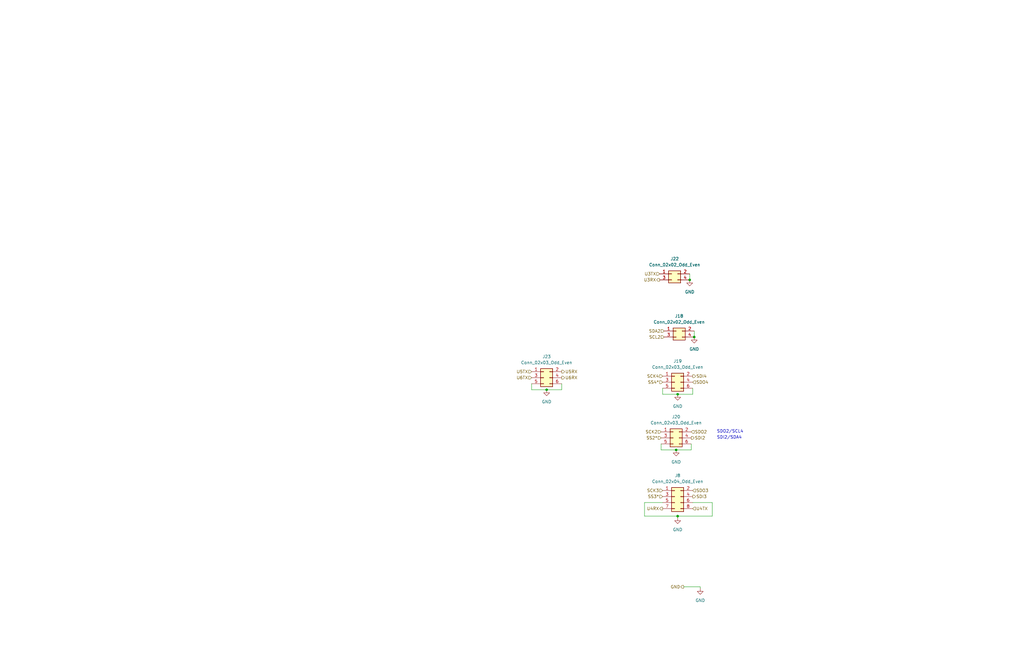
<source format=kicad_sch>
(kicad_sch (version 20230121) (generator eeschema)
  (paper "B")
  (title_block (title "MCU Controller") (rev "0.1") (company "satomm@stanford.edu") (comment 1 "Department of Civil and Environmental Engineering") (comment 2 "Engineering Informatics Group") (comment 3 "Stanford University") (comment 4 "Matthew Sato"))
  (lib_symbols
    (symbol "Connector_Generic:Conn_02x02_Odd_Even" (pin_names (offset 1.016) hide)
      (property "Reference" "J" (at 1.27 2.54 0))
      (property "Value" "Conn_02x02_Odd_Even" (at 1.27 -5.08 0))
      (symbol "Conn_02x02_Odd_Even_1_1"
        (rectangle (start -1.27 -2.413) (end 0 -2.667) (stroke (width 0.1524)))
        (rectangle (start -1.27 0.127) (end 0 -0.127) (stroke (width 0.1524)))
        (rectangle (start -1.27 1.27) (end 3.81 -3.81) (stroke (width 0.254)) (fill (type background)))
        (rectangle (start 3.81 -2.413) (end 2.54 -2.667) (stroke (width 0.1524)))
        (rectangle (start 3.81 0.127) (end 2.54 -0.127) (stroke (width 0.1524)))
        (pin passive line (at -5.08 0 0) (length 3.81) (name "Pin_1") (number "1"))
        (pin passive line (at 7.62 0 180) (length 3.81) (name "Pin_2") (number "2"))
        (pin passive line (at -5.08 -2.54 0) (length 3.81) (name "Pin_3") (number "3"))
        (pin passive line (at 7.62 -2.54 180) (length 3.81) (name "Pin_4") (number "4"))
      )
    )
    (symbol "Connector_Generic:Conn_02x03_Odd_Even" (pin_names (offset 1.016) hide)
      (property "Reference" "J" (at 1.27 5.08 0))
      (property "Value" "Conn_02x03_Odd_Even" (at 1.27 -5.08 0))
      (symbol "Conn_02x03_Odd_Even_1_1"
        (rectangle (start -1.27 -2.413) (end 0 -2.667) (stroke (width 0.1524)))
        (rectangle (start -1.27 0.127) (end 0 -0.127) (stroke (width 0.1524)))
        (rectangle (start -1.27 2.667) (end 0 2.413) (stroke (width 0.1524)))
        (rectangle (start -1.27 3.81) (end 3.81 -3.81) (stroke (width 0.254)) (fill (type background)))
        (rectangle (start 3.81 -2.413) (end 2.54 -2.667) (stroke (width 0.1524)))
        (rectangle (start 3.81 0.127) (end 2.54 -0.127) (stroke (width 0.1524)))
        (rectangle (start 3.81 2.667) (end 2.54 2.413) (stroke (width 0.1524)))
        (pin passive line (at -5.08 2.54 0) (length 3.81) (name "Pin_1") (number "1"))
        (pin passive line (at 7.62 2.54 180) (length 3.81) (name "Pin_2") (number "2"))
        (pin passive line (at -5.08 0 0) (length 3.81) (name "Pin_3") (number "3"))
        (pin passive line (at 7.62 0 180) (length 3.81) (name "Pin_4") (number "4"))
        (pin passive line (at -5.08 -2.54 0) (length 3.81) (name "Pin_5") (number "5"))
        (pin passive line (at 7.62 -2.54 180) (length 3.81) (name "Pin_6") (number "6"))
      )
    )
    (symbol "Connector_Generic:Conn_02x04_Odd_Even" (pin_names (offset 1.016) hide)
      (property "Reference" "J" (at 1.27 5.08 0))
      (property "Value" "Conn_02x04_Odd_Even" (at 1.27 -7.62 0))
      (symbol "Conn_02x04_Odd_Even_1_1"
        (rectangle (start -1.27 -4.953) (end 0 -5.207) (stroke (width 0.1524)))
        (rectangle (start -1.27 -2.413) (end 0 -2.667) (stroke (width 0.1524)))
        (rectangle (start -1.27 0.127) (end 0 -0.127) (stroke (width 0.1524)))
        (rectangle (start -1.27 2.667) (end 0 2.413) (stroke (width 0.1524)))
        (rectangle (start -1.27 3.81) (end 3.81 -6.35) (stroke (width 0.254)) (fill (type background)))
        (rectangle (start 3.81 -4.953) (end 2.54 -5.207) (stroke (width 0.1524)))
        (rectangle (start 3.81 -2.413) (end 2.54 -2.667) (stroke (width 0.1524)))
        (rectangle (start 3.81 0.127) (end 2.54 -0.127) (stroke (width 0.1524)))
        (rectangle (start 3.81 2.667) (end 2.54 2.413) (stroke (width 0.1524)))
        (pin passive line (at -5.08 2.54 0) (length 3.81) (name "Pin_1") (number "1"))
        (pin passive line (at 7.62 2.54 180) (length 3.81) (name "Pin_2") (number "2"))
        (pin passive line (at -5.08 0 0) (length 3.81) (name "Pin_3") (number "3"))
        (pin passive line (at 7.62 0 180) (length 3.81) (name "Pin_4") (number "4"))
        (pin passive line (at -5.08 -2.54 0) (length 3.81) (name "Pin_5") (number "5"))
        (pin passive line (at 7.62 -2.54 180) (length 3.81) (name "Pin_6") (number "6"))
        (pin passive line (at -5.08 -5.08 0) (length 3.81) (name "Pin_7") (number "7"))
        (pin passive line (at 7.62 -5.08 180) (length 3.81) (name "Pin_8") (number "8"))
      )
    )
    (symbol "power:GND" (power) (pin_names (offset 0))
      (property "Value" "GND" (at 0 -3.81 0))
      (symbol "GND_0_1"
        (polyline (pts (xy 0 0) (xy 0 -1.27) (xy 1.27 -1.27) (xy 0 -2.54) (xy -1.27 -1.27) (xy 0 -1.27)))
      )
      (symbol "GND_1_1"
        (pin power_in line (at 0 0 270) (length 0) hide (name "GND") (number "1"))
      )
    )
  )
  (junction (at 292.735 142.24))
  (junction (at 285.75 166.37))
  (junction (at 230.505 164.465))
  (junction (at 285.115 189.865))
  (junction (at 285.75 217.805))
  (junction (at 290.83 118.11))
  (wire (pts (xy 236.855 164.465) (xy 236.855 161.925)))
  (wire (pts (xy 278.765 187.325) (xy 278.765 189.865)))
  (wire (pts (xy 285.75 166.37) (xy 292.1 166.37)))
  (wire (pts (xy 292.735 139.7) (xy 292.735 142.24)))
  (wire (pts (xy 292.1 166.37) (xy 292.1 163.83)))
  (wire (pts (xy 279.4 163.83) (xy 279.4 166.37)))
  (wire (pts (xy 279.4 212.09) (xy 271.78 212.09)))
  (wire (pts (xy 285.115 189.865) (xy 291.465 189.865)))
  (wire (pts (xy 290.83 115.57) (xy 290.83 118.11)))
  (wire (pts (xy 230.505 164.465) (xy 236.855 164.465)))
  (wire (pts (xy 300.355 212.09) (xy 300.355 217.805)))
  (wire (pts (xy 291.465 189.865) (xy 291.465 187.325)))
  (wire (pts (xy 292.1 212.09) (xy 300.355 212.09)))
  (wire (pts (xy 285.75 218.44) (xy 285.75 217.805)))
  (wire (pts (xy 224.155 164.465) (xy 230.505 164.465)))
  (wire (pts (xy 271.78 212.09) (xy 271.78 217.805)))
  (wire (pts (xy 295.275 248.285) (xy 295.275 247.65)))
  (wire (pts (xy 271.78 217.805) (xy 285.75 217.805)))
  (wire (pts (xy 224.155 161.925) (xy 224.155 164.465)))
  (wire (pts (xy 285.75 217.805) (xy 300.355 217.805)))
  (wire (pts (xy 295.275 247.65) (xy 288.29 247.65)))
  (wire (pts (xy 278.765 189.865) (xy 285.115 189.865)))
  (wire (pts (xy 279.4 166.37) (xy 285.75 166.37)))
  (text "SDI2/SDA4" (at 302.26 185.42 0) (effects (font (size 1.27 1.27)) (justify left bottom)))
  (text "SDO2/SCL4" (at 302.26 182.88 0) (effects (font (size 1.27 1.27)) (justify left bottom)))
  (hierarchical_label "U5TX" (shape input) (at 224.155 156.845 180))
  (hierarchical_label "SDI3" (shape output) (at 292.1 209.55 0))
  (hierarchical_label "U6TX" (shape input) (at 224.155 159.385 180))
  (hierarchical_label "U4TX" (shape input) (at 292.1 214.63 0))
  (hierarchical_label "SS2*" (shape input) (at 278.765 184.785 180))
  (hierarchical_label "SDA2" (shape input) (at 280.035 139.7 180))
  (hierarchical_label "SDO4" (shape input) (at 292.1 161.29 0))
  (hierarchical_label "GND" (shape output) (at 288.29 247.65 180))
  (hierarchical_label "SCL2" (shape input) (at 280.035 142.24 180))
  (hierarchical_label "U3RX" (shape output) (at 278.13 118.11 180))
  (hierarchical_label "SCK4" (shape input) (at 279.4 158.75 180))
  (hierarchical_label "SDI2" (shape output) (at 291.465 184.785 0))
  (hierarchical_label "SDI4" (shape output) (at 292.1 158.75 0))
  (hierarchical_label "U5RX" (shape output) (at 236.855 156.845 0))
  (hierarchical_label "U3TX" (shape input) (at 278.13 115.57 180))
  (hierarchical_label "SCK2" (shape input) (at 278.765 182.245 180))
  (hierarchical_label "U4RX" (shape output) (at 279.4 214.63 180))
  (hierarchical_label "SDO3" (shape input) (at 292.1 207.01 0))
  (hierarchical_label "SDO2" (shape input) (at 291.465 182.245 0))
  (hierarchical_label "U6RX" (shape output) (at 236.855 159.385 0))
  (hierarchical_label "SS3*" (shape input) (at 279.4 209.55 180))
  (hierarchical_label "SS4*" (shape input) (at 279.4 161.29 180))
  (hierarchical_label "SCK3" (shape input) (at 279.4 207.01 180))
  (symbol (lib_id "Connector_Generic:Conn_02x03_Odd_Even") (at 229.235 159.385 0) (unit 1)
    (property "Reference" "J23" (at 230.505 150.495 0))
    (property "Value" "Conn_02x03_Odd_Even" (at 230.505 153.035 0))
    (property "Footprint" "Connector_PinHeader_2.54mm:PinHeader_2x03_P2.54mm_Vertical" (effects hide))
    (property "Datasheet" "https://cdn.amphenol-cs.com/media/wysiwyg/files/drawing/10129381.pdf" (effects hide))
    (property "Description" "CONN HEADER VERT 6POS 2.54MM" (effects hide))
    (property "Mfr" "Amphenol ICC (FCI)" (effects hide))
    (property "Mfr P/N" "10129381-906002BLF" (effects hide))
    (property "Supplier 1" "DigiKey" (effects hide))
    (property "Supplier 1 P/N" "10129381-906002BLF-ND" (effects hide))
  )
  (symbol (lib_id "power:GND") (at 285.115 189.865 0) (unit 1)
    (property "Reference" "#PWR032" (effects hide))
    (property "Value" "GND" (at 285.115 194.945 0))
    (instances (project "MainBoard" (path "" (reference "#PWR032") (unit 1)) (path "" (reference "#PWR079") (unit 1))))
  )
  (symbol (lib_id "Connector_Generic:Conn_02x03_Odd_Even") (at 284.48 161.29 0) (unit 1)
    (property "Reference" "J19" (at 285.75 152.4 0))
    (property "Value" "Conn_02x03_Odd_Even" (at 285.75 154.94 0))
    (property "Footprint" "Connector_PinHeader_2.54mm:PinHeader_2x03_P2.54mm_Vertical" (effects hide))
    (property "Datasheet" "https://cdn.amphenol-cs.com/media/wysiwyg/files/drawing/10129381.pdf" (effects hide))
    (property "Description" "CONN HEADER VERT 6POS 2.54MM" (effects hide))
    (property "Mfr" "Amphenol ICC (FCI)" (effects hide))
    (property "Mfr P/N" "10129381-906002BLF" (effects hide))
    (property "Supplier 1" "DigiKey" (effects hide))
    (property "Supplier 1 P/N" "10129381-906002BLF-ND" (effects hide))
  )
  (symbol (lib_id "power:GND") (at 295.275 248.285 0) (unit 1)
    (property "Reference" "#PWR032" (effects hide))
    (property "Value" "GND" (at 295.275 253.365 0))
    (instances (project "MainBoard" (path "" (reference "#PWR032") (unit 1)) (path "" (reference "#PWR082") (unit 1))))
  )
  (symbol (lib_id "power:GND") (at 230.505 164.465 0) (unit 1)
    (property "Reference" "#PWR032" (effects hide))
    (property "Value" "GND" (at 230.505 169.545 0))
    (instances (project "MainBoard" (path "" (reference "#PWR032") (unit 1)) (path "" (reference "#PWR0164") (unit 1))))
  )
  (symbol (lib_id "Connector_Generic:Conn_02x02_Odd_Even") (at 283.21 115.57 0) (unit 1)
    (property "Reference" "J22" (at 284.48 109.22 0))
    (property "Value" "Conn_02x02_Odd_Even" (at 284.48 111.76 0))
    (property "Footprint" "Connector_PinHeader_2.54mm:PinHeader_2x02_P2.54mm_Vertical" (effects hide))
    (property "Datasheet" "https://cdn.amphenol-cs.com/media/wysiwyg/files/drawing/10129381.pdf" (effects hide))
    (property "Description" "CONN HEADER VERT 4POS 2.54MM" (effects hide))
    (property "Mfr" "Amphenol ICC (FCI)" (effects hide))
    (property "Mfr P/N" "10129381-904003BLF" (effects hide))
    (property "Supplier 1" "DigiKey" (effects hide))
    (property "Supplier 1 P/N" "10129381-904003BLF-ND" (effects hide))
  )
  (symbol (lib_id "Connector_Generic:Conn_02x03_Odd_Even") (at 283.845 184.785 0) (unit 1)
    (property "Reference" "J20" (at 285.115 175.895 0))
    (property "Value" "Conn_02x03_Odd_Even" (at 285.115 178.435 0))
    (property "Footprint" "Connector_PinHeader_2.54mm:PinHeader_2x03_P2.54mm_Vertical" (effects hide))
    (property "Datasheet" "https://cdn.amphenol-cs.com/media/wysiwyg/files/drawing/10129381.pdf" (effects hide))
    (property "Description" "CONN HEADER VERT 6POS 2.54MM" (effects hide))
    (property "Mfr" "Amphenol ICC (FCI)" (effects hide))
    (property "Mfr P/N" "10129381-906002BLF" (effects hide))
    (property "Supplier 1" "DigiKey" (effects hide))
    (property "Supplier 1 P/N" "10129381-906002BLF-ND" (effects hide))
  )
  (symbol (lib_id "power:GND") (at 285.75 218.44 0) (unit 1)
    (property "Reference" "#PWR032" (effects hide))
    (property "Value" "GND" (at 285.75 223.52 0))
    (instances (project "MainBoard" (path "" (reference "#PWR032") (unit 1)) (path "" (reference "#PWR080") (unit 1))))
  )
  (symbol (lib_id "power:GND") (at 292.735 142.24 0) (unit 1)
    (property "Reference" "#PWR032" (effects hide))
    (property "Value" "GND" (at 292.735 147.32 0))
    (instances (project "MainBoard" (path "" (reference "#PWR032") (unit 1)) (path "" (reference "#PWR0160") (unit 1))))
  )
  (symbol (lib_id "Connector_Generic:Conn_02x02_Odd_Even") (at 285.115 139.7 0) (unit 1)
    (property "Reference" "J18" (at 286.385 133.35 0))
    (property "Value" "Conn_02x02_Odd_Even" (at 286.385 135.89 0))
    (property "Footprint" "Connector_PinHeader_2.54mm:PinHeader_2x02_P2.54mm_Vertical" (effects hide))
    (property "Datasheet" "https://cdn.amphenol-cs.com/media/wysiwyg/files/drawing/10129381.pdf" (effects hide))
    (property "Description" "CONN HEADER VERT 4POS 2.54MM" (effects hide))
    (property "Mfr" "Amphenol ICC (FCI)" (effects hide))
    (property "Mfr P/N" "10129381-904003BLF" (effects hide))
    (property "Supplier 1" "DigiKey" (effects hide))
    (property "Supplier 1 P/N" "10129381-904003BLF-ND" (effects hide))
  )
  (symbol (lib_id "power:GND") (at 285.75 166.37 0) (unit 1)
    (property "Reference" "#PWR032" (effects hide))
    (property "Value" "GND" (at 285.75 171.45 0))
    (instances (project "MainBoard" (path "" (reference "#PWR032") (unit 1)) (path "" (reference "#PWR0161") (unit 1))))
  )
  (symbol (lib_id "Connector_Generic:Conn_02x04_Odd_Even") (at 284.48 209.55 0) (unit 1)
    (property "Reference" "J8" (at 285.75 200.66 0))
    (property "Value" "Conn_02x04_Odd_Even" (at 285.75 203.2 0))
    (property "Footprint" "Connector_PinHeader_2.54mm:PinHeader_2x04_P2.54mm_Vertical" (effects hide))
    (property "Datasheet" "https://cdn.amphenol-cs.com/media/wysiwyg/files/drawing/10129381.pdf" (effects hide))
    (property "Description" "CONN HEADER VERT 8POS 2.54MM" (effects hide))
    (property "Mfr" "Amphenol ICC (FCI)" (effects hide))
    (property "Mfr P/N" "10129381-908001BLF" (effects hide))
    (property "Supplier 1" "DigiKey" (effects hide))
    (property "Supplier 1 P/N" "10129381-908001BLF-ND" (effects hide))
  )
  (symbol (lib_id "power:GND") (at 290.83 118.11 0) (unit 1)
    (property "Reference" "#PWR032" (effects hide))
    (property "Value" "GND" (at 290.83 123.19 0))
    (instances (project "MainBoard" (path "" (reference "#PWR032") (unit 1)) (path "" (reference "#PWR0163") (unit 1))))
  )
)
</source>
